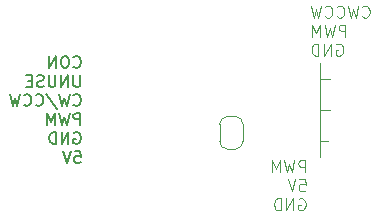
<source format=gbr>
%TF.GenerationSoftware,KiCad,Pcbnew,8.0.3*%
%TF.CreationDate,2024-07-07T19:01:36+09:00*%
%TF.ProjectId,next_usb_device,6e657874-5f75-4736-925f-646576696365,rev?*%
%TF.SameCoordinates,Original*%
%TF.FileFunction,Legend,Bot*%
%TF.FilePolarity,Positive*%
%FSLAX46Y46*%
G04 Gerber Fmt 4.6, Leading zero omitted, Abs format (unit mm)*
G04 Created by KiCad (PCBNEW 8.0.3) date 2024-07-07 19:01:36*
%MOMM*%
%LPD*%
G01*
G04 APERTURE LIST*
%ADD10C,0.100000*%
%ADD11C,0.150000*%
%ADD12C,0.120000*%
G04 APERTURE END LIST*
D10*
X132000000Y-69800000D02*
X132800000Y-69800000D01*
X132000000Y-75000000D02*
X132600000Y-75000000D01*
X132000000Y-68400000D02*
X132000000Y-76400000D01*
X132000000Y-72400000D02*
X132800000Y-72400000D01*
X135541979Y-64457292D02*
X135589598Y-64504912D01*
X135589598Y-64504912D02*
X135732455Y-64552531D01*
X135732455Y-64552531D02*
X135827693Y-64552531D01*
X135827693Y-64552531D02*
X135970550Y-64504912D01*
X135970550Y-64504912D02*
X136065788Y-64409673D01*
X136065788Y-64409673D02*
X136113407Y-64314435D01*
X136113407Y-64314435D02*
X136161026Y-64123959D01*
X136161026Y-64123959D02*
X136161026Y-63981102D01*
X136161026Y-63981102D02*
X136113407Y-63790626D01*
X136113407Y-63790626D02*
X136065788Y-63695388D01*
X136065788Y-63695388D02*
X135970550Y-63600150D01*
X135970550Y-63600150D02*
X135827693Y-63552531D01*
X135827693Y-63552531D02*
X135732455Y-63552531D01*
X135732455Y-63552531D02*
X135589598Y-63600150D01*
X135589598Y-63600150D02*
X135541979Y-63647769D01*
X135208645Y-63552531D02*
X134970550Y-64552531D01*
X134970550Y-64552531D02*
X134780074Y-63838245D01*
X134780074Y-63838245D02*
X134589598Y-64552531D01*
X134589598Y-64552531D02*
X134351503Y-63552531D01*
X133399122Y-64457292D02*
X133446741Y-64504912D01*
X133446741Y-64504912D02*
X133589598Y-64552531D01*
X133589598Y-64552531D02*
X133684836Y-64552531D01*
X133684836Y-64552531D02*
X133827693Y-64504912D01*
X133827693Y-64504912D02*
X133922931Y-64409673D01*
X133922931Y-64409673D02*
X133970550Y-64314435D01*
X133970550Y-64314435D02*
X134018169Y-64123959D01*
X134018169Y-64123959D02*
X134018169Y-63981102D01*
X134018169Y-63981102D02*
X133970550Y-63790626D01*
X133970550Y-63790626D02*
X133922931Y-63695388D01*
X133922931Y-63695388D02*
X133827693Y-63600150D01*
X133827693Y-63600150D02*
X133684836Y-63552531D01*
X133684836Y-63552531D02*
X133589598Y-63552531D01*
X133589598Y-63552531D02*
X133446741Y-63600150D01*
X133446741Y-63600150D02*
X133399122Y-63647769D01*
X132399122Y-64457292D02*
X132446741Y-64504912D01*
X132446741Y-64504912D02*
X132589598Y-64552531D01*
X132589598Y-64552531D02*
X132684836Y-64552531D01*
X132684836Y-64552531D02*
X132827693Y-64504912D01*
X132827693Y-64504912D02*
X132922931Y-64409673D01*
X132922931Y-64409673D02*
X132970550Y-64314435D01*
X132970550Y-64314435D02*
X133018169Y-64123959D01*
X133018169Y-64123959D02*
X133018169Y-63981102D01*
X133018169Y-63981102D02*
X132970550Y-63790626D01*
X132970550Y-63790626D02*
X132922931Y-63695388D01*
X132922931Y-63695388D02*
X132827693Y-63600150D01*
X132827693Y-63600150D02*
X132684836Y-63552531D01*
X132684836Y-63552531D02*
X132589598Y-63552531D01*
X132589598Y-63552531D02*
X132446741Y-63600150D01*
X132446741Y-63600150D02*
X132399122Y-63647769D01*
X132065788Y-63552531D02*
X131827693Y-64552531D01*
X131827693Y-64552531D02*
X131637217Y-63838245D01*
X131637217Y-63838245D02*
X131446741Y-64552531D01*
X131446741Y-64552531D02*
X131208646Y-63552531D01*
X134113407Y-66162475D02*
X134113407Y-65162475D01*
X134113407Y-65162475D02*
X133732455Y-65162475D01*
X133732455Y-65162475D02*
X133637217Y-65210094D01*
X133637217Y-65210094D02*
X133589598Y-65257713D01*
X133589598Y-65257713D02*
X133541979Y-65352951D01*
X133541979Y-65352951D02*
X133541979Y-65495808D01*
X133541979Y-65495808D02*
X133589598Y-65591046D01*
X133589598Y-65591046D02*
X133637217Y-65638665D01*
X133637217Y-65638665D02*
X133732455Y-65686284D01*
X133732455Y-65686284D02*
X134113407Y-65686284D01*
X133208645Y-65162475D02*
X132970550Y-66162475D01*
X132970550Y-66162475D02*
X132780074Y-65448189D01*
X132780074Y-65448189D02*
X132589598Y-66162475D01*
X132589598Y-66162475D02*
X132351503Y-65162475D01*
X131970550Y-66162475D02*
X131970550Y-65162475D01*
X131970550Y-65162475D02*
X131637217Y-65876760D01*
X131637217Y-65876760D02*
X131303884Y-65162475D01*
X131303884Y-65162475D02*
X131303884Y-66162475D01*
X133351503Y-66820038D02*
X133446741Y-66772419D01*
X133446741Y-66772419D02*
X133589598Y-66772419D01*
X133589598Y-66772419D02*
X133732455Y-66820038D01*
X133732455Y-66820038D02*
X133827693Y-66915276D01*
X133827693Y-66915276D02*
X133875312Y-67010514D01*
X133875312Y-67010514D02*
X133922931Y-67200990D01*
X133922931Y-67200990D02*
X133922931Y-67343847D01*
X133922931Y-67343847D02*
X133875312Y-67534323D01*
X133875312Y-67534323D02*
X133827693Y-67629561D01*
X133827693Y-67629561D02*
X133732455Y-67724800D01*
X133732455Y-67724800D02*
X133589598Y-67772419D01*
X133589598Y-67772419D02*
X133494360Y-67772419D01*
X133494360Y-67772419D02*
X133351503Y-67724800D01*
X133351503Y-67724800D02*
X133303884Y-67677180D01*
X133303884Y-67677180D02*
X133303884Y-67343847D01*
X133303884Y-67343847D02*
X133494360Y-67343847D01*
X132875312Y-67772419D02*
X132875312Y-66772419D01*
X132875312Y-66772419D02*
X132303884Y-67772419D01*
X132303884Y-67772419D02*
X132303884Y-66772419D01*
X131827693Y-67772419D02*
X131827693Y-66772419D01*
X131827693Y-66772419D02*
X131589598Y-66772419D01*
X131589598Y-66772419D02*
X131446741Y-66820038D01*
X131446741Y-66820038D02*
X131351503Y-66915276D01*
X131351503Y-66915276D02*
X131303884Y-67010514D01*
X131303884Y-67010514D02*
X131256265Y-67200990D01*
X131256265Y-67200990D02*
X131256265Y-67343847D01*
X131256265Y-67343847D02*
X131303884Y-67534323D01*
X131303884Y-67534323D02*
X131351503Y-67629561D01*
X131351503Y-67629561D02*
X131446741Y-67724800D01*
X131446741Y-67724800D02*
X131589598Y-67772419D01*
X131589598Y-67772419D02*
X131827693Y-67772419D01*
D11*
X111091792Y-68724860D02*
X111139411Y-68772480D01*
X111139411Y-68772480D02*
X111282268Y-68820099D01*
X111282268Y-68820099D02*
X111377506Y-68820099D01*
X111377506Y-68820099D02*
X111520363Y-68772480D01*
X111520363Y-68772480D02*
X111615601Y-68677241D01*
X111615601Y-68677241D02*
X111663220Y-68582003D01*
X111663220Y-68582003D02*
X111710839Y-68391527D01*
X111710839Y-68391527D02*
X111710839Y-68248670D01*
X111710839Y-68248670D02*
X111663220Y-68058194D01*
X111663220Y-68058194D02*
X111615601Y-67962956D01*
X111615601Y-67962956D02*
X111520363Y-67867718D01*
X111520363Y-67867718D02*
X111377506Y-67820099D01*
X111377506Y-67820099D02*
X111282268Y-67820099D01*
X111282268Y-67820099D02*
X111139411Y-67867718D01*
X111139411Y-67867718D02*
X111091792Y-67915337D01*
X110472744Y-67820099D02*
X110282268Y-67820099D01*
X110282268Y-67820099D02*
X110187030Y-67867718D01*
X110187030Y-67867718D02*
X110091792Y-67962956D01*
X110091792Y-67962956D02*
X110044173Y-68153432D01*
X110044173Y-68153432D02*
X110044173Y-68486765D01*
X110044173Y-68486765D02*
X110091792Y-68677241D01*
X110091792Y-68677241D02*
X110187030Y-68772480D01*
X110187030Y-68772480D02*
X110282268Y-68820099D01*
X110282268Y-68820099D02*
X110472744Y-68820099D01*
X110472744Y-68820099D02*
X110567982Y-68772480D01*
X110567982Y-68772480D02*
X110663220Y-68677241D01*
X110663220Y-68677241D02*
X110710839Y-68486765D01*
X110710839Y-68486765D02*
X110710839Y-68153432D01*
X110710839Y-68153432D02*
X110663220Y-67962956D01*
X110663220Y-67962956D02*
X110567982Y-67867718D01*
X110567982Y-67867718D02*
X110472744Y-67820099D01*
X109615601Y-68820099D02*
X109615601Y-67820099D01*
X109615601Y-67820099D02*
X109044173Y-68820099D01*
X109044173Y-68820099D02*
X109044173Y-67820099D01*
X111663220Y-69430043D02*
X111663220Y-70239566D01*
X111663220Y-70239566D02*
X111615601Y-70334804D01*
X111615601Y-70334804D02*
X111567982Y-70382424D01*
X111567982Y-70382424D02*
X111472744Y-70430043D01*
X111472744Y-70430043D02*
X111282268Y-70430043D01*
X111282268Y-70430043D02*
X111187030Y-70382424D01*
X111187030Y-70382424D02*
X111139411Y-70334804D01*
X111139411Y-70334804D02*
X111091792Y-70239566D01*
X111091792Y-70239566D02*
X111091792Y-69430043D01*
X110615601Y-70430043D02*
X110615601Y-69430043D01*
X110615601Y-69430043D02*
X110044173Y-70430043D01*
X110044173Y-70430043D02*
X110044173Y-69430043D01*
X109567982Y-69430043D02*
X109567982Y-70239566D01*
X109567982Y-70239566D02*
X109520363Y-70334804D01*
X109520363Y-70334804D02*
X109472744Y-70382424D01*
X109472744Y-70382424D02*
X109377506Y-70430043D01*
X109377506Y-70430043D02*
X109187030Y-70430043D01*
X109187030Y-70430043D02*
X109091792Y-70382424D01*
X109091792Y-70382424D02*
X109044173Y-70334804D01*
X109044173Y-70334804D02*
X108996554Y-70239566D01*
X108996554Y-70239566D02*
X108996554Y-69430043D01*
X108567982Y-70382424D02*
X108425125Y-70430043D01*
X108425125Y-70430043D02*
X108187030Y-70430043D01*
X108187030Y-70430043D02*
X108091792Y-70382424D01*
X108091792Y-70382424D02*
X108044173Y-70334804D01*
X108044173Y-70334804D02*
X107996554Y-70239566D01*
X107996554Y-70239566D02*
X107996554Y-70144328D01*
X107996554Y-70144328D02*
X108044173Y-70049090D01*
X108044173Y-70049090D02*
X108091792Y-70001471D01*
X108091792Y-70001471D02*
X108187030Y-69953852D01*
X108187030Y-69953852D02*
X108377506Y-69906233D01*
X108377506Y-69906233D02*
X108472744Y-69858614D01*
X108472744Y-69858614D02*
X108520363Y-69810995D01*
X108520363Y-69810995D02*
X108567982Y-69715757D01*
X108567982Y-69715757D02*
X108567982Y-69620519D01*
X108567982Y-69620519D02*
X108520363Y-69525281D01*
X108520363Y-69525281D02*
X108472744Y-69477662D01*
X108472744Y-69477662D02*
X108377506Y-69430043D01*
X108377506Y-69430043D02*
X108139411Y-69430043D01*
X108139411Y-69430043D02*
X107996554Y-69477662D01*
X107567982Y-69906233D02*
X107234649Y-69906233D01*
X107091792Y-70430043D02*
X107567982Y-70430043D01*
X107567982Y-70430043D02*
X107567982Y-69430043D01*
X107567982Y-69430043D02*
X107091792Y-69430043D01*
X111091792Y-71944748D02*
X111139411Y-71992368D01*
X111139411Y-71992368D02*
X111282268Y-72039987D01*
X111282268Y-72039987D02*
X111377506Y-72039987D01*
X111377506Y-72039987D02*
X111520363Y-71992368D01*
X111520363Y-71992368D02*
X111615601Y-71897129D01*
X111615601Y-71897129D02*
X111663220Y-71801891D01*
X111663220Y-71801891D02*
X111710839Y-71611415D01*
X111710839Y-71611415D02*
X111710839Y-71468558D01*
X111710839Y-71468558D02*
X111663220Y-71278082D01*
X111663220Y-71278082D02*
X111615601Y-71182844D01*
X111615601Y-71182844D02*
X111520363Y-71087606D01*
X111520363Y-71087606D02*
X111377506Y-71039987D01*
X111377506Y-71039987D02*
X111282268Y-71039987D01*
X111282268Y-71039987D02*
X111139411Y-71087606D01*
X111139411Y-71087606D02*
X111091792Y-71135225D01*
X110758458Y-71039987D02*
X110520363Y-72039987D01*
X110520363Y-72039987D02*
X110329887Y-71325701D01*
X110329887Y-71325701D02*
X110139411Y-72039987D01*
X110139411Y-72039987D02*
X109901316Y-71039987D01*
X108806078Y-70992368D02*
X109663220Y-72278082D01*
X107901316Y-71944748D02*
X107948935Y-71992368D01*
X107948935Y-71992368D02*
X108091792Y-72039987D01*
X108091792Y-72039987D02*
X108187030Y-72039987D01*
X108187030Y-72039987D02*
X108329887Y-71992368D01*
X108329887Y-71992368D02*
X108425125Y-71897129D01*
X108425125Y-71897129D02*
X108472744Y-71801891D01*
X108472744Y-71801891D02*
X108520363Y-71611415D01*
X108520363Y-71611415D02*
X108520363Y-71468558D01*
X108520363Y-71468558D02*
X108472744Y-71278082D01*
X108472744Y-71278082D02*
X108425125Y-71182844D01*
X108425125Y-71182844D02*
X108329887Y-71087606D01*
X108329887Y-71087606D02*
X108187030Y-71039987D01*
X108187030Y-71039987D02*
X108091792Y-71039987D01*
X108091792Y-71039987D02*
X107948935Y-71087606D01*
X107948935Y-71087606D02*
X107901316Y-71135225D01*
X106901316Y-71944748D02*
X106948935Y-71992368D01*
X106948935Y-71992368D02*
X107091792Y-72039987D01*
X107091792Y-72039987D02*
X107187030Y-72039987D01*
X107187030Y-72039987D02*
X107329887Y-71992368D01*
X107329887Y-71992368D02*
X107425125Y-71897129D01*
X107425125Y-71897129D02*
X107472744Y-71801891D01*
X107472744Y-71801891D02*
X107520363Y-71611415D01*
X107520363Y-71611415D02*
X107520363Y-71468558D01*
X107520363Y-71468558D02*
X107472744Y-71278082D01*
X107472744Y-71278082D02*
X107425125Y-71182844D01*
X107425125Y-71182844D02*
X107329887Y-71087606D01*
X107329887Y-71087606D02*
X107187030Y-71039987D01*
X107187030Y-71039987D02*
X107091792Y-71039987D01*
X107091792Y-71039987D02*
X106948935Y-71087606D01*
X106948935Y-71087606D02*
X106901316Y-71135225D01*
X106567982Y-71039987D02*
X106329887Y-72039987D01*
X106329887Y-72039987D02*
X106139411Y-71325701D01*
X106139411Y-71325701D02*
X105948935Y-72039987D01*
X105948935Y-72039987D02*
X105710840Y-71039987D01*
X111663220Y-73649931D02*
X111663220Y-72649931D01*
X111663220Y-72649931D02*
X111282268Y-72649931D01*
X111282268Y-72649931D02*
X111187030Y-72697550D01*
X111187030Y-72697550D02*
X111139411Y-72745169D01*
X111139411Y-72745169D02*
X111091792Y-72840407D01*
X111091792Y-72840407D02*
X111091792Y-72983264D01*
X111091792Y-72983264D02*
X111139411Y-73078502D01*
X111139411Y-73078502D02*
X111187030Y-73126121D01*
X111187030Y-73126121D02*
X111282268Y-73173740D01*
X111282268Y-73173740D02*
X111663220Y-73173740D01*
X110758458Y-72649931D02*
X110520363Y-73649931D01*
X110520363Y-73649931D02*
X110329887Y-72935645D01*
X110329887Y-72935645D02*
X110139411Y-73649931D01*
X110139411Y-73649931D02*
X109901316Y-72649931D01*
X109520363Y-73649931D02*
X109520363Y-72649931D01*
X109520363Y-72649931D02*
X109187030Y-73364216D01*
X109187030Y-73364216D02*
X108853697Y-72649931D01*
X108853697Y-72649931D02*
X108853697Y-73649931D01*
X111139411Y-74307494D02*
X111234649Y-74259875D01*
X111234649Y-74259875D02*
X111377506Y-74259875D01*
X111377506Y-74259875D02*
X111520363Y-74307494D01*
X111520363Y-74307494D02*
X111615601Y-74402732D01*
X111615601Y-74402732D02*
X111663220Y-74497970D01*
X111663220Y-74497970D02*
X111710839Y-74688446D01*
X111710839Y-74688446D02*
X111710839Y-74831303D01*
X111710839Y-74831303D02*
X111663220Y-75021779D01*
X111663220Y-75021779D02*
X111615601Y-75117017D01*
X111615601Y-75117017D02*
X111520363Y-75212256D01*
X111520363Y-75212256D02*
X111377506Y-75259875D01*
X111377506Y-75259875D02*
X111282268Y-75259875D01*
X111282268Y-75259875D02*
X111139411Y-75212256D01*
X111139411Y-75212256D02*
X111091792Y-75164636D01*
X111091792Y-75164636D02*
X111091792Y-74831303D01*
X111091792Y-74831303D02*
X111282268Y-74831303D01*
X110663220Y-75259875D02*
X110663220Y-74259875D01*
X110663220Y-74259875D02*
X110091792Y-75259875D01*
X110091792Y-75259875D02*
X110091792Y-74259875D01*
X109615601Y-75259875D02*
X109615601Y-74259875D01*
X109615601Y-74259875D02*
X109377506Y-74259875D01*
X109377506Y-74259875D02*
X109234649Y-74307494D01*
X109234649Y-74307494D02*
X109139411Y-74402732D01*
X109139411Y-74402732D02*
X109091792Y-74497970D01*
X109091792Y-74497970D02*
X109044173Y-74688446D01*
X109044173Y-74688446D02*
X109044173Y-74831303D01*
X109044173Y-74831303D02*
X109091792Y-75021779D01*
X109091792Y-75021779D02*
X109139411Y-75117017D01*
X109139411Y-75117017D02*
X109234649Y-75212256D01*
X109234649Y-75212256D02*
X109377506Y-75259875D01*
X109377506Y-75259875D02*
X109615601Y-75259875D01*
X111187030Y-75869819D02*
X111663220Y-75869819D01*
X111663220Y-75869819D02*
X111710839Y-76346009D01*
X111710839Y-76346009D02*
X111663220Y-76298390D01*
X111663220Y-76298390D02*
X111567982Y-76250771D01*
X111567982Y-76250771D02*
X111329887Y-76250771D01*
X111329887Y-76250771D02*
X111234649Y-76298390D01*
X111234649Y-76298390D02*
X111187030Y-76346009D01*
X111187030Y-76346009D02*
X111139411Y-76441247D01*
X111139411Y-76441247D02*
X111139411Y-76679342D01*
X111139411Y-76679342D02*
X111187030Y-76774580D01*
X111187030Y-76774580D02*
X111234649Y-76822200D01*
X111234649Y-76822200D02*
X111329887Y-76869819D01*
X111329887Y-76869819D02*
X111567982Y-76869819D01*
X111567982Y-76869819D02*
X111663220Y-76822200D01*
X111663220Y-76822200D02*
X111710839Y-76774580D01*
X110853696Y-75869819D02*
X110520363Y-76869819D01*
X110520363Y-76869819D02*
X110187030Y-75869819D01*
D10*
X130696115Y-77652531D02*
X130696115Y-76652531D01*
X130696115Y-76652531D02*
X130315163Y-76652531D01*
X130315163Y-76652531D02*
X130219925Y-76700150D01*
X130219925Y-76700150D02*
X130172306Y-76747769D01*
X130172306Y-76747769D02*
X130124687Y-76843007D01*
X130124687Y-76843007D02*
X130124687Y-76985864D01*
X130124687Y-76985864D02*
X130172306Y-77081102D01*
X130172306Y-77081102D02*
X130219925Y-77128721D01*
X130219925Y-77128721D02*
X130315163Y-77176340D01*
X130315163Y-77176340D02*
X130696115Y-77176340D01*
X129791353Y-76652531D02*
X129553258Y-77652531D01*
X129553258Y-77652531D02*
X129362782Y-76938245D01*
X129362782Y-76938245D02*
X129172306Y-77652531D01*
X129172306Y-77652531D02*
X128934211Y-76652531D01*
X128553258Y-77652531D02*
X128553258Y-76652531D01*
X128553258Y-76652531D02*
X128219925Y-77366816D01*
X128219925Y-77366816D02*
X127886592Y-76652531D01*
X127886592Y-76652531D02*
X127886592Y-77652531D01*
X130219925Y-78262475D02*
X130696115Y-78262475D01*
X130696115Y-78262475D02*
X130743734Y-78738665D01*
X130743734Y-78738665D02*
X130696115Y-78691046D01*
X130696115Y-78691046D02*
X130600877Y-78643427D01*
X130600877Y-78643427D02*
X130362782Y-78643427D01*
X130362782Y-78643427D02*
X130267544Y-78691046D01*
X130267544Y-78691046D02*
X130219925Y-78738665D01*
X130219925Y-78738665D02*
X130172306Y-78833903D01*
X130172306Y-78833903D02*
X130172306Y-79071998D01*
X130172306Y-79071998D02*
X130219925Y-79167236D01*
X130219925Y-79167236D02*
X130267544Y-79214856D01*
X130267544Y-79214856D02*
X130362782Y-79262475D01*
X130362782Y-79262475D02*
X130600877Y-79262475D01*
X130600877Y-79262475D02*
X130696115Y-79214856D01*
X130696115Y-79214856D02*
X130743734Y-79167236D01*
X129886591Y-78262475D02*
X129553258Y-79262475D01*
X129553258Y-79262475D02*
X129219925Y-78262475D01*
X130172306Y-79920038D02*
X130267544Y-79872419D01*
X130267544Y-79872419D02*
X130410401Y-79872419D01*
X130410401Y-79872419D02*
X130553258Y-79920038D01*
X130553258Y-79920038D02*
X130648496Y-80015276D01*
X130648496Y-80015276D02*
X130696115Y-80110514D01*
X130696115Y-80110514D02*
X130743734Y-80300990D01*
X130743734Y-80300990D02*
X130743734Y-80443847D01*
X130743734Y-80443847D02*
X130696115Y-80634323D01*
X130696115Y-80634323D02*
X130648496Y-80729561D01*
X130648496Y-80729561D02*
X130553258Y-80824800D01*
X130553258Y-80824800D02*
X130410401Y-80872419D01*
X130410401Y-80872419D02*
X130315163Y-80872419D01*
X130315163Y-80872419D02*
X130172306Y-80824800D01*
X130172306Y-80824800D02*
X130124687Y-80777180D01*
X130124687Y-80777180D02*
X130124687Y-80443847D01*
X130124687Y-80443847D02*
X130315163Y-80443847D01*
X129696115Y-80872419D02*
X129696115Y-79872419D01*
X129696115Y-79872419D02*
X129124687Y-80872419D01*
X129124687Y-80872419D02*
X129124687Y-79872419D01*
X128648496Y-80872419D02*
X128648496Y-79872419D01*
X128648496Y-79872419D02*
X128410401Y-79872419D01*
X128410401Y-79872419D02*
X128267544Y-79920038D01*
X128267544Y-79920038D02*
X128172306Y-80015276D01*
X128172306Y-80015276D02*
X128124687Y-80110514D01*
X128124687Y-80110514D02*
X128077068Y-80300990D01*
X128077068Y-80300990D02*
X128077068Y-80443847D01*
X128077068Y-80443847D02*
X128124687Y-80634323D01*
X128124687Y-80634323D02*
X128172306Y-80729561D01*
X128172306Y-80729561D02*
X128267544Y-80824800D01*
X128267544Y-80824800D02*
X128410401Y-80872419D01*
X128410401Y-80872419D02*
X128648496Y-80872419D01*
D12*
%TO.C,JP1*%
X123460000Y-75010000D02*
X123460000Y-73610000D01*
X124160000Y-72910000D02*
X124760000Y-72910000D01*
X124760000Y-75710000D02*
X124160000Y-75710000D01*
X125460000Y-73610000D02*
X125460000Y-75010000D01*
X123460000Y-73610000D02*
G75*
G02*
X124160000Y-72910000I699999J1D01*
G01*
X124160000Y-75710000D02*
G75*
G02*
X123460000Y-75010000I0J700000D01*
G01*
X124760000Y-72910000D02*
G75*
G02*
X125460000Y-73610000I1J-699999D01*
G01*
X125460000Y-75010000D02*
G75*
G02*
X124760000Y-75710000I-700000J0D01*
G01*
%TD*%
M02*

</source>
